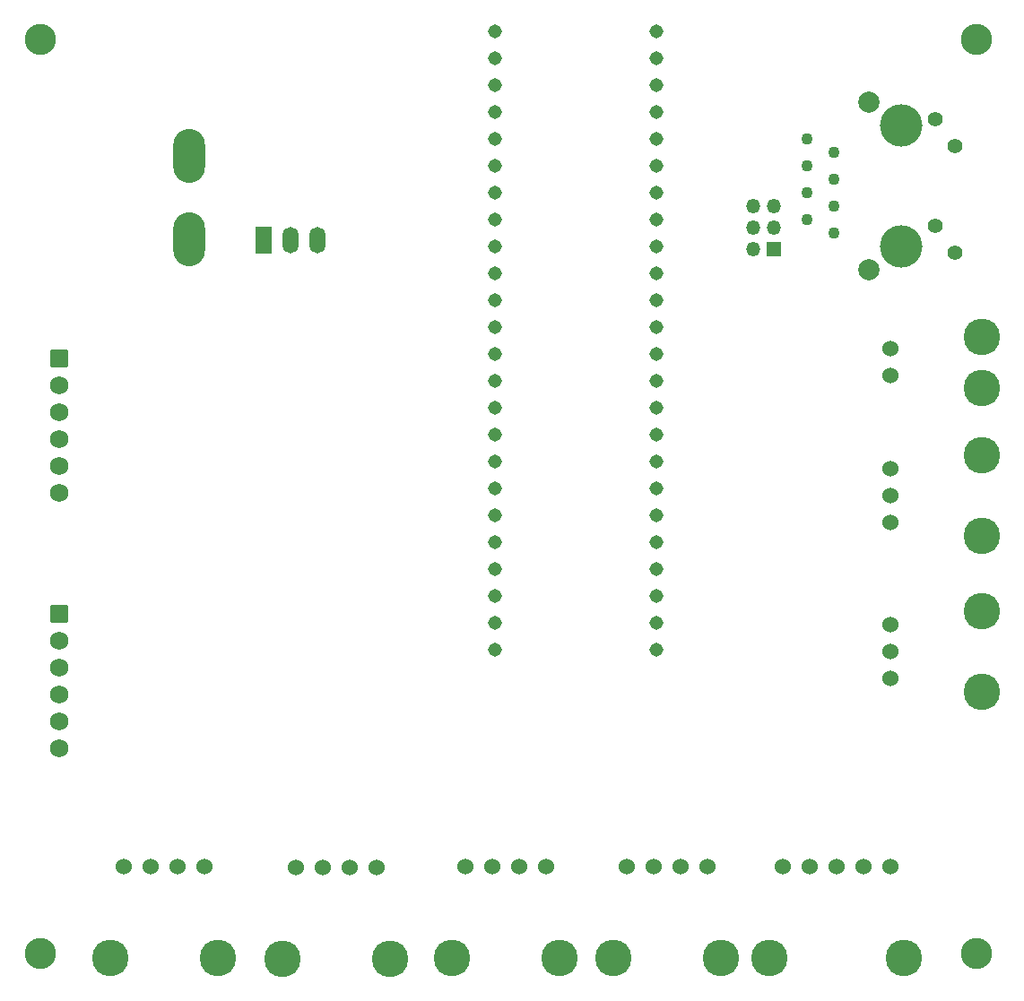
<source format=gbs>
%TF.GenerationSoftware,KiCad,Pcbnew,(6.0.10)*%
%TF.CreationDate,2022-12-29T21:44:20-06:00*%
%TF.ProjectId,ScienceSensor,53636965-6e63-4655-9365-6e736f722e6b,rev?*%
%TF.SameCoordinates,Original*%
%TF.FileFunction,Soldermask,Bot*%
%TF.FilePolarity,Negative*%
%FSLAX46Y46*%
G04 Gerber Fmt 4.6, Leading zero omitted, Abs format (unit mm)*
G04 Created by KiCad (PCBNEW (6.0.10)) date 2022-12-29 21:44:20*
%MOMM*%
%LPD*%
G01*
G04 APERTURE LIST*
G04 Aperture macros list*
%AMRoundRect*
0 Rectangle with rounded corners*
0 $1 Rounding radius*
0 $2 $3 $4 $5 $6 $7 $8 $9 X,Y pos of 4 corners*
0 Add a 4 corners polygon primitive as box body*
4,1,4,$2,$3,$4,$5,$6,$7,$8,$9,$2,$3,0*
0 Add four circle primitives for the rounded corners*
1,1,$1+$1,$2,$3*
1,1,$1+$1,$4,$5*
1,1,$1+$1,$6,$7*
1,1,$1+$1,$8,$9*
0 Add four rect primitives between the rounded corners*
20,1,$1+$1,$2,$3,$4,$5,0*
20,1,$1+$1,$4,$5,$6,$7,0*
20,1,$1+$1,$6,$7,$8,$9,0*
20,1,$1+$1,$8,$9,$2,$3,0*%
G04 Aperture macros list end*
%ADD10C,1.308000*%
%ADD11C,3.450000*%
%ADD12C,1.524000*%
%ADD13C,2.946400*%
%ADD14RoundRect,0.250000X-0.620000X0.620000X-0.620000X-0.620000X0.620000X-0.620000X0.620000X0.620000X0*%
%ADD15C,1.740000*%
%ADD16O,3.000000X5.100000*%
%ADD17R,1.500000X2.500000*%
%ADD18O,1.500000X2.500000*%
%ADD19C,1.100000*%
%ADD20C,1.400000*%
%ADD21C,4.000000*%
%ADD22C,2.000000*%
%ADD23R,1.350000X1.350000*%
%ADD24O,1.350000X1.350000*%
G04 APERTURE END LIST*
D10*
X158750000Y-105918000D03*
X158750000Y-103378000D03*
X158750000Y-100838000D03*
X158750000Y-98298000D03*
X158750000Y-72898000D03*
X143510000Y-103378000D03*
X158750000Y-95758000D03*
X158750000Y-93218000D03*
X158750000Y-90678000D03*
X158750000Y-88138000D03*
X158750000Y-85598000D03*
X158750000Y-83058000D03*
X158750000Y-80518000D03*
X158750000Y-77978000D03*
X158750000Y-75438000D03*
X143510000Y-75438000D03*
X143510000Y-77978000D03*
X143510000Y-80518000D03*
X143510000Y-83058000D03*
X143510000Y-85598000D03*
X143510000Y-88138000D03*
X143510000Y-90678000D03*
X143510000Y-93218000D03*
X143510000Y-95758000D03*
X143510000Y-98298000D03*
X143510000Y-100838000D03*
X158750000Y-70358000D03*
X158750000Y-67818000D03*
X158750000Y-65278000D03*
X158750000Y-62738000D03*
X158750000Y-60198000D03*
X158750000Y-57658000D03*
X158750000Y-55118000D03*
X158750000Y-52578000D03*
X158750000Y-50038000D03*
X143510000Y-50038000D03*
X143510000Y-52578000D03*
X143510000Y-55118000D03*
X143510000Y-57658000D03*
X143510000Y-60198000D03*
X143510000Y-62738000D03*
X143510000Y-65278000D03*
X143510000Y-67818000D03*
X143510000Y-70358000D03*
X158750000Y-108458000D03*
X143510000Y-72898000D03*
X143510000Y-105918000D03*
X143510000Y-108458000D03*
D11*
X182118000Y-137541000D03*
X169418000Y-137541000D03*
D12*
X180848000Y-128905000D03*
X178308000Y-128905000D03*
X175768000Y-128905000D03*
X173228000Y-128905000D03*
X170688000Y-128905000D03*
D11*
X189484000Y-90043000D03*
X189484000Y-97663000D03*
D12*
X180848000Y-91313000D03*
X180848000Y-93853000D03*
X180848000Y-96393000D03*
D11*
X117348000Y-137541000D03*
X107188000Y-137541000D03*
D12*
X116078000Y-128905000D03*
X113538000Y-128905000D03*
X110998000Y-128905000D03*
X108458000Y-128905000D03*
D13*
X188976000Y-137160000D03*
D14*
X102362000Y-80899000D03*
D15*
X102362000Y-83439000D03*
X102362000Y-85979000D03*
X102362000Y-88519000D03*
X102362000Y-91059000D03*
X102362000Y-93599000D03*
D13*
X188976000Y-50800000D03*
X100584000Y-50800000D03*
D16*
X114687400Y-61764000D03*
X114687400Y-69638000D03*
D13*
X100584000Y-137160000D03*
D11*
X149606000Y-137541000D03*
X139446000Y-137541000D03*
D12*
X148336000Y-128905000D03*
X145796000Y-128905000D03*
X143256000Y-128905000D03*
X140716000Y-128905000D03*
D11*
X189484000Y-112395000D03*
X189484000Y-104775000D03*
D12*
X180848000Y-106045000D03*
X180848000Y-108585000D03*
X180848000Y-111125000D03*
D17*
X121666000Y-69723000D03*
D18*
X124206000Y-69723000D03*
X126746000Y-69723000D03*
D11*
X164846000Y-137541000D03*
X154686000Y-137541000D03*
D12*
X163576000Y-128905000D03*
X161036000Y-128905000D03*
X158496000Y-128905000D03*
X155956000Y-128905000D03*
D11*
X133604000Y-137668000D03*
X123444000Y-137668000D03*
D12*
X132334000Y-129032000D03*
X129794000Y-129032000D03*
X127254000Y-129032000D03*
X124714000Y-129032000D03*
D19*
X175514000Y-69086000D03*
X172974000Y-67816000D03*
X175514000Y-66546000D03*
X172974000Y-65276000D03*
X175514000Y-64006000D03*
X172974000Y-62736000D03*
X175514000Y-61466000D03*
X172974000Y-60196000D03*
D20*
X186944000Y-70966000D03*
X185154000Y-68426000D03*
X186944000Y-60856000D03*
X185154000Y-58316000D03*
D21*
X181864000Y-70356000D03*
X181864000Y-58926000D03*
D22*
X178814000Y-72516000D03*
X178814000Y-56766000D03*
D14*
X102362000Y-105029000D03*
D15*
X102362000Y-107569000D03*
X102362000Y-110109000D03*
X102362000Y-112649000D03*
X102362000Y-115189000D03*
X102362000Y-117729000D03*
D11*
X189488000Y-78865000D03*
X189484000Y-83693000D03*
D12*
X180848000Y-80010000D03*
X180848000Y-82550000D03*
D23*
X169910000Y-70580000D03*
D24*
X167910000Y-70580000D03*
X169910000Y-68580000D03*
X167910000Y-68580000D03*
X169910000Y-66580000D03*
X167910000Y-66580000D03*
M02*

</source>
